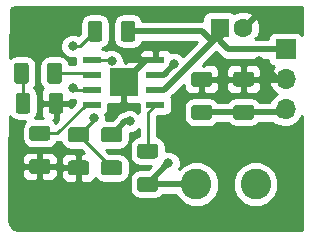
<source format=gbr>
G04 #@! TF.GenerationSoftware,KiCad,Pcbnew,(5.0.0)*
G04 #@! TF.CreationDate,2018-08-05T21:05:08-04:00*
G04 #@! TF.ProjectId,5vStepDown,357653746570446F776E2E6B69636164,rev?*
G04 #@! TF.SameCoordinates,Original*
G04 #@! TF.FileFunction,Copper,L1,Top,Signal*
G04 #@! TF.FilePolarity,Positive*
%FSLAX46Y46*%
G04 Gerber Fmt 4.6, Leading zero omitted, Abs format (unit mm)*
G04 Created by KiCad (PCBNEW (5.0.0)) date 08/05/18 21:05:08*
%MOMM*%
%LPD*%
G01*
G04 APERTURE LIST*
G04 #@! TA.AperFunction,ComponentPad*
%ADD10C,1.600000*%
G04 #@! TD*
G04 #@! TA.AperFunction,ComponentPad*
%ADD11R,1.600000X1.600000*%
G04 #@! TD*
G04 #@! TA.AperFunction,ComponentPad*
%ADD12C,2.600000*%
G04 #@! TD*
G04 #@! TA.AperFunction,Conductor*
%ADD13C,0.100000*%
G04 #@! TD*
G04 #@! TA.AperFunction,SMDPad,CuDef*
%ADD14C,1.250000*%
G04 #@! TD*
G04 #@! TA.AperFunction,ComponentPad*
%ADD15O,1.700000X1.700000*%
G04 #@! TD*
G04 #@! TA.AperFunction,ComponentPad*
%ADD16R,1.700000X1.700000*%
G04 #@! TD*
G04 #@! TA.AperFunction,SMDPad,CuDef*
%ADD17R,2.350000X2.350000*%
G04 #@! TD*
G04 #@! TA.AperFunction,SMDPad,CuDef*
%ADD18R,1.550000X0.600000*%
G04 #@! TD*
G04 #@! TA.AperFunction,ViaPad*
%ADD19C,0.800000*%
G04 #@! TD*
G04 #@! TA.AperFunction,Conductor*
%ADD20C,0.500000*%
G04 #@! TD*
G04 #@! TA.AperFunction,Conductor*
%ADD21C,0.250000*%
G04 #@! TD*
G04 #@! TA.AperFunction,Conductor*
%ADD22C,0.254000*%
G04 #@! TD*
G04 APERTURE END LIST*
D10*
G04 #@! TO.P,C1,2*
G04 #@! TO.N,GND*
X180308000Y-88900000D03*
D11*
G04 #@! TO.P,C1,1*
G04 #@! TO.N,INPUT*
X178308000Y-88900000D03*
G04 #@! TD*
D12*
G04 #@! TO.P,10uH-4A1,2*
G04 #@! TO.N,Net-(10uH-4A1-Pad2)*
X176356000Y-102108000D03*
G04 #@! TO.P,10uH-4A1,1*
G04 #@! TO.N,OUTPUT*
X181356000Y-102108000D03*
G04 #@! TD*
D13*
G04 #@! TO.N,Net-(10uH-4A1-Pad2)*
G04 #@! TO.C,C2*
G36*
X172861504Y-101484204D02*
X172885773Y-101487804D01*
X172909571Y-101493765D01*
X172932671Y-101502030D01*
X172954849Y-101512520D01*
X172975893Y-101525133D01*
X172995598Y-101539747D01*
X173013777Y-101556223D01*
X173030253Y-101574402D01*
X173044867Y-101594107D01*
X173057480Y-101615151D01*
X173067970Y-101637329D01*
X173076235Y-101660429D01*
X173082196Y-101684227D01*
X173085796Y-101708496D01*
X173087000Y-101733000D01*
X173087000Y-102483000D01*
X173085796Y-102507504D01*
X173082196Y-102531773D01*
X173076235Y-102555571D01*
X173067970Y-102578671D01*
X173057480Y-102600849D01*
X173044867Y-102621893D01*
X173030253Y-102641598D01*
X173013777Y-102659777D01*
X172995598Y-102676253D01*
X172975893Y-102690867D01*
X172954849Y-102703480D01*
X172932671Y-102713970D01*
X172909571Y-102722235D01*
X172885773Y-102728196D01*
X172861504Y-102731796D01*
X172837000Y-102733000D01*
X171587000Y-102733000D01*
X171562496Y-102731796D01*
X171538227Y-102728196D01*
X171514429Y-102722235D01*
X171491329Y-102713970D01*
X171469151Y-102703480D01*
X171448107Y-102690867D01*
X171428402Y-102676253D01*
X171410223Y-102659777D01*
X171393747Y-102641598D01*
X171379133Y-102621893D01*
X171366520Y-102600849D01*
X171356030Y-102578671D01*
X171347765Y-102555571D01*
X171341804Y-102531773D01*
X171338204Y-102507504D01*
X171337000Y-102483000D01*
X171337000Y-101733000D01*
X171338204Y-101708496D01*
X171341804Y-101684227D01*
X171347765Y-101660429D01*
X171356030Y-101637329D01*
X171366520Y-101615151D01*
X171379133Y-101594107D01*
X171393747Y-101574402D01*
X171410223Y-101556223D01*
X171428402Y-101539747D01*
X171448107Y-101525133D01*
X171469151Y-101512520D01*
X171491329Y-101502030D01*
X171514429Y-101493765D01*
X171538227Y-101487804D01*
X171562496Y-101484204D01*
X171587000Y-101483000D01*
X172837000Y-101483000D01*
X172861504Y-101484204D01*
X172861504Y-101484204D01*
G37*
D14*
G04 #@! TD*
G04 #@! TO.P,C2,2*
G04 #@! TO.N,Net-(10uH-4A1-Pad2)*
X172212000Y-102108000D03*
D13*
G04 #@! TO.N,Net-(C2-Pad1)*
G04 #@! TO.C,C2*
G36*
X172861504Y-98684204D02*
X172885773Y-98687804D01*
X172909571Y-98693765D01*
X172932671Y-98702030D01*
X172954849Y-98712520D01*
X172975893Y-98725133D01*
X172995598Y-98739747D01*
X173013777Y-98756223D01*
X173030253Y-98774402D01*
X173044867Y-98794107D01*
X173057480Y-98815151D01*
X173067970Y-98837329D01*
X173076235Y-98860429D01*
X173082196Y-98884227D01*
X173085796Y-98908496D01*
X173087000Y-98933000D01*
X173087000Y-99683000D01*
X173085796Y-99707504D01*
X173082196Y-99731773D01*
X173076235Y-99755571D01*
X173067970Y-99778671D01*
X173057480Y-99800849D01*
X173044867Y-99821893D01*
X173030253Y-99841598D01*
X173013777Y-99859777D01*
X172995598Y-99876253D01*
X172975893Y-99890867D01*
X172954849Y-99903480D01*
X172932671Y-99913970D01*
X172909571Y-99922235D01*
X172885773Y-99928196D01*
X172861504Y-99931796D01*
X172837000Y-99933000D01*
X171587000Y-99933000D01*
X171562496Y-99931796D01*
X171538227Y-99928196D01*
X171514429Y-99922235D01*
X171491329Y-99913970D01*
X171469151Y-99903480D01*
X171448107Y-99890867D01*
X171428402Y-99876253D01*
X171410223Y-99859777D01*
X171393747Y-99841598D01*
X171379133Y-99821893D01*
X171366520Y-99800849D01*
X171356030Y-99778671D01*
X171347765Y-99755571D01*
X171341804Y-99731773D01*
X171338204Y-99707504D01*
X171337000Y-99683000D01*
X171337000Y-98933000D01*
X171338204Y-98908496D01*
X171341804Y-98884227D01*
X171347765Y-98860429D01*
X171356030Y-98837329D01*
X171366520Y-98815151D01*
X171379133Y-98794107D01*
X171393747Y-98774402D01*
X171410223Y-98756223D01*
X171428402Y-98739747D01*
X171448107Y-98725133D01*
X171469151Y-98712520D01*
X171491329Y-98702030D01*
X171514429Y-98693765D01*
X171538227Y-98687804D01*
X171562496Y-98684204D01*
X171587000Y-98683000D01*
X172837000Y-98683000D01*
X172861504Y-98684204D01*
X172861504Y-98684204D01*
G37*
D14*
G04 #@! TD*
G04 #@! TO.P,C2,1*
G04 #@! TO.N,Net-(C2-Pad1)*
X172212000Y-99308000D03*
D13*
G04 #@! TO.N,GND*
G04 #@! TO.C,C3*
G36*
X163736290Y-99973822D02*
X163760559Y-99977422D01*
X163784357Y-99983383D01*
X163807457Y-99991648D01*
X163829635Y-100002138D01*
X163850679Y-100014751D01*
X163870384Y-100029365D01*
X163888563Y-100045841D01*
X163905039Y-100064020D01*
X163919653Y-100083725D01*
X163932266Y-100104769D01*
X163942756Y-100126947D01*
X163951021Y-100150047D01*
X163956982Y-100173845D01*
X163960582Y-100198114D01*
X163961786Y-100222618D01*
X163961786Y-100972618D01*
X163960582Y-100997122D01*
X163956982Y-101021391D01*
X163951021Y-101045189D01*
X163942756Y-101068289D01*
X163932266Y-101090467D01*
X163919653Y-101111511D01*
X163905039Y-101131216D01*
X163888563Y-101149395D01*
X163870384Y-101165871D01*
X163850679Y-101180485D01*
X163829635Y-101193098D01*
X163807457Y-101203588D01*
X163784357Y-101211853D01*
X163760559Y-101217814D01*
X163736290Y-101221414D01*
X163711786Y-101222618D01*
X162461786Y-101222618D01*
X162437282Y-101221414D01*
X162413013Y-101217814D01*
X162389215Y-101211853D01*
X162366115Y-101203588D01*
X162343937Y-101193098D01*
X162322893Y-101180485D01*
X162303188Y-101165871D01*
X162285009Y-101149395D01*
X162268533Y-101131216D01*
X162253919Y-101111511D01*
X162241306Y-101090467D01*
X162230816Y-101068289D01*
X162222551Y-101045189D01*
X162216590Y-101021391D01*
X162212990Y-100997122D01*
X162211786Y-100972618D01*
X162211786Y-100222618D01*
X162212990Y-100198114D01*
X162216590Y-100173845D01*
X162222551Y-100150047D01*
X162230816Y-100126947D01*
X162241306Y-100104769D01*
X162253919Y-100083725D01*
X162268533Y-100064020D01*
X162285009Y-100045841D01*
X162303188Y-100029365D01*
X162322893Y-100014751D01*
X162343937Y-100002138D01*
X162366115Y-99991648D01*
X162389215Y-99983383D01*
X162413013Y-99977422D01*
X162437282Y-99973822D01*
X162461786Y-99972618D01*
X163711786Y-99972618D01*
X163736290Y-99973822D01*
X163736290Y-99973822D01*
G37*
D14*
G04 #@! TD*
G04 #@! TO.P,C3,2*
G04 #@! TO.N,GND*
X163086786Y-100597618D03*
D13*
G04 #@! TO.N,Net-(C3-Pad1)*
G04 #@! TO.C,C3*
G36*
X163736290Y-97173822D02*
X163760559Y-97177422D01*
X163784357Y-97183383D01*
X163807457Y-97191648D01*
X163829635Y-97202138D01*
X163850679Y-97214751D01*
X163870384Y-97229365D01*
X163888563Y-97245841D01*
X163905039Y-97264020D01*
X163919653Y-97283725D01*
X163932266Y-97304769D01*
X163942756Y-97326947D01*
X163951021Y-97350047D01*
X163956982Y-97373845D01*
X163960582Y-97398114D01*
X163961786Y-97422618D01*
X163961786Y-98172618D01*
X163960582Y-98197122D01*
X163956982Y-98221391D01*
X163951021Y-98245189D01*
X163942756Y-98268289D01*
X163932266Y-98290467D01*
X163919653Y-98311511D01*
X163905039Y-98331216D01*
X163888563Y-98349395D01*
X163870384Y-98365871D01*
X163850679Y-98380485D01*
X163829635Y-98393098D01*
X163807457Y-98403588D01*
X163784357Y-98411853D01*
X163760559Y-98417814D01*
X163736290Y-98421414D01*
X163711786Y-98422618D01*
X162461786Y-98422618D01*
X162437282Y-98421414D01*
X162413013Y-98417814D01*
X162389215Y-98411853D01*
X162366115Y-98403588D01*
X162343937Y-98393098D01*
X162322893Y-98380485D01*
X162303188Y-98365871D01*
X162285009Y-98349395D01*
X162268533Y-98331216D01*
X162253919Y-98311511D01*
X162241306Y-98290467D01*
X162230816Y-98268289D01*
X162222551Y-98245189D01*
X162216590Y-98221391D01*
X162212990Y-98197122D01*
X162211786Y-98172618D01*
X162211786Y-97422618D01*
X162212990Y-97398114D01*
X162216590Y-97373845D01*
X162222551Y-97350047D01*
X162230816Y-97326947D01*
X162241306Y-97304769D01*
X162253919Y-97283725D01*
X162268533Y-97264020D01*
X162285009Y-97245841D01*
X162303188Y-97229365D01*
X162322893Y-97214751D01*
X162343937Y-97202138D01*
X162366115Y-97191648D01*
X162389215Y-97183383D01*
X162413013Y-97177422D01*
X162437282Y-97173822D01*
X162461786Y-97172618D01*
X163711786Y-97172618D01*
X163736290Y-97173822D01*
X163736290Y-97173822D01*
G37*
D14*
G04 #@! TD*
G04 #@! TO.P,C3,1*
G04 #@! TO.N,Net-(C3-Pad1)*
X163086786Y-97797618D03*
D13*
G04 #@! TO.N,Net-(C4-Pad2)*
G04 #@! TO.C,C4*
G36*
X161937504Y-91836204D02*
X161961773Y-91839804D01*
X161985571Y-91845765D01*
X162008671Y-91854030D01*
X162030849Y-91864520D01*
X162051893Y-91877133D01*
X162071598Y-91891747D01*
X162089777Y-91908223D01*
X162106253Y-91926402D01*
X162120867Y-91946107D01*
X162133480Y-91967151D01*
X162143970Y-91989329D01*
X162152235Y-92012429D01*
X162158196Y-92036227D01*
X162161796Y-92060496D01*
X162163000Y-92085000D01*
X162163000Y-93335000D01*
X162161796Y-93359504D01*
X162158196Y-93383773D01*
X162152235Y-93407571D01*
X162143970Y-93430671D01*
X162133480Y-93452849D01*
X162120867Y-93473893D01*
X162106253Y-93493598D01*
X162089777Y-93511777D01*
X162071598Y-93528253D01*
X162051893Y-93542867D01*
X162030849Y-93555480D01*
X162008671Y-93565970D01*
X161985571Y-93574235D01*
X161961773Y-93580196D01*
X161937504Y-93583796D01*
X161913000Y-93585000D01*
X161163000Y-93585000D01*
X161138496Y-93583796D01*
X161114227Y-93580196D01*
X161090429Y-93574235D01*
X161067329Y-93565970D01*
X161045151Y-93555480D01*
X161024107Y-93542867D01*
X161004402Y-93528253D01*
X160986223Y-93511777D01*
X160969747Y-93493598D01*
X160955133Y-93473893D01*
X160942520Y-93452849D01*
X160932030Y-93430671D01*
X160923765Y-93407571D01*
X160917804Y-93383773D01*
X160914204Y-93359504D01*
X160913000Y-93335000D01*
X160913000Y-92085000D01*
X160914204Y-92060496D01*
X160917804Y-92036227D01*
X160923765Y-92012429D01*
X160932030Y-91989329D01*
X160942520Y-91967151D01*
X160955133Y-91946107D01*
X160969747Y-91926402D01*
X160986223Y-91908223D01*
X161004402Y-91891747D01*
X161024107Y-91877133D01*
X161045151Y-91864520D01*
X161067329Y-91854030D01*
X161090429Y-91845765D01*
X161114227Y-91839804D01*
X161138496Y-91836204D01*
X161163000Y-91835000D01*
X161913000Y-91835000D01*
X161937504Y-91836204D01*
X161937504Y-91836204D01*
G37*
D14*
G04 #@! TD*
G04 #@! TO.P,C4,2*
G04 #@! TO.N,Net-(C4-Pad2)*
X161538000Y-92710000D03*
D13*
G04 #@! TO.N,Net-(C4-Pad1)*
G04 #@! TO.C,C4*
G36*
X164737504Y-91836204D02*
X164761773Y-91839804D01*
X164785571Y-91845765D01*
X164808671Y-91854030D01*
X164830849Y-91864520D01*
X164851893Y-91877133D01*
X164871598Y-91891747D01*
X164889777Y-91908223D01*
X164906253Y-91926402D01*
X164920867Y-91946107D01*
X164933480Y-91967151D01*
X164943970Y-91989329D01*
X164952235Y-92012429D01*
X164958196Y-92036227D01*
X164961796Y-92060496D01*
X164963000Y-92085000D01*
X164963000Y-93335000D01*
X164961796Y-93359504D01*
X164958196Y-93383773D01*
X164952235Y-93407571D01*
X164943970Y-93430671D01*
X164933480Y-93452849D01*
X164920867Y-93473893D01*
X164906253Y-93493598D01*
X164889777Y-93511777D01*
X164871598Y-93528253D01*
X164851893Y-93542867D01*
X164830849Y-93555480D01*
X164808671Y-93565970D01*
X164785571Y-93574235D01*
X164761773Y-93580196D01*
X164737504Y-93583796D01*
X164713000Y-93585000D01*
X163963000Y-93585000D01*
X163938496Y-93583796D01*
X163914227Y-93580196D01*
X163890429Y-93574235D01*
X163867329Y-93565970D01*
X163845151Y-93555480D01*
X163824107Y-93542867D01*
X163804402Y-93528253D01*
X163786223Y-93511777D01*
X163769747Y-93493598D01*
X163755133Y-93473893D01*
X163742520Y-93452849D01*
X163732030Y-93430671D01*
X163723765Y-93407571D01*
X163717804Y-93383773D01*
X163714204Y-93359504D01*
X163713000Y-93335000D01*
X163713000Y-92085000D01*
X163714204Y-92060496D01*
X163717804Y-92036227D01*
X163723765Y-92012429D01*
X163732030Y-91989329D01*
X163742520Y-91967151D01*
X163755133Y-91946107D01*
X163769747Y-91926402D01*
X163786223Y-91908223D01*
X163804402Y-91891747D01*
X163824107Y-91877133D01*
X163845151Y-91864520D01*
X163867329Y-91854030D01*
X163890429Y-91845765D01*
X163914227Y-91839804D01*
X163938496Y-91836204D01*
X163963000Y-91835000D01*
X164713000Y-91835000D01*
X164737504Y-91836204D01*
X164737504Y-91836204D01*
G37*
D14*
G04 #@! TD*
G04 #@! TO.P,C4,1*
G04 #@! TO.N,Net-(C4-Pad1)*
X164338000Y-92710000D03*
D13*
G04 #@! TO.N,GND*
G04 #@! TO.C,C5*
G36*
X180989504Y-92588204D02*
X181013773Y-92591804D01*
X181037571Y-92597765D01*
X181060671Y-92606030D01*
X181082849Y-92616520D01*
X181103893Y-92629133D01*
X181123598Y-92643747D01*
X181141777Y-92660223D01*
X181158253Y-92678402D01*
X181172867Y-92698107D01*
X181185480Y-92719151D01*
X181195970Y-92741329D01*
X181204235Y-92764429D01*
X181210196Y-92788227D01*
X181213796Y-92812496D01*
X181215000Y-92837000D01*
X181215000Y-93587000D01*
X181213796Y-93611504D01*
X181210196Y-93635773D01*
X181204235Y-93659571D01*
X181195970Y-93682671D01*
X181185480Y-93704849D01*
X181172867Y-93725893D01*
X181158253Y-93745598D01*
X181141777Y-93763777D01*
X181123598Y-93780253D01*
X181103893Y-93794867D01*
X181082849Y-93807480D01*
X181060671Y-93817970D01*
X181037571Y-93826235D01*
X181013773Y-93832196D01*
X180989504Y-93835796D01*
X180965000Y-93837000D01*
X179715000Y-93837000D01*
X179690496Y-93835796D01*
X179666227Y-93832196D01*
X179642429Y-93826235D01*
X179619329Y-93817970D01*
X179597151Y-93807480D01*
X179576107Y-93794867D01*
X179556402Y-93780253D01*
X179538223Y-93763777D01*
X179521747Y-93745598D01*
X179507133Y-93725893D01*
X179494520Y-93704849D01*
X179484030Y-93682671D01*
X179475765Y-93659571D01*
X179469804Y-93635773D01*
X179466204Y-93611504D01*
X179465000Y-93587000D01*
X179465000Y-92837000D01*
X179466204Y-92812496D01*
X179469804Y-92788227D01*
X179475765Y-92764429D01*
X179484030Y-92741329D01*
X179494520Y-92719151D01*
X179507133Y-92698107D01*
X179521747Y-92678402D01*
X179538223Y-92660223D01*
X179556402Y-92643747D01*
X179576107Y-92629133D01*
X179597151Y-92616520D01*
X179619329Y-92606030D01*
X179642429Y-92597765D01*
X179666227Y-92591804D01*
X179690496Y-92588204D01*
X179715000Y-92587000D01*
X180965000Y-92587000D01*
X180989504Y-92588204D01*
X180989504Y-92588204D01*
G37*
D14*
G04 #@! TD*
G04 #@! TO.P,C5,2*
G04 #@! TO.N,GND*
X180340000Y-93212000D03*
D13*
G04 #@! TO.N,OUTPUT*
G04 #@! TO.C,C5*
G36*
X180989504Y-95388204D02*
X181013773Y-95391804D01*
X181037571Y-95397765D01*
X181060671Y-95406030D01*
X181082849Y-95416520D01*
X181103893Y-95429133D01*
X181123598Y-95443747D01*
X181141777Y-95460223D01*
X181158253Y-95478402D01*
X181172867Y-95498107D01*
X181185480Y-95519151D01*
X181195970Y-95541329D01*
X181204235Y-95564429D01*
X181210196Y-95588227D01*
X181213796Y-95612496D01*
X181215000Y-95637000D01*
X181215000Y-96387000D01*
X181213796Y-96411504D01*
X181210196Y-96435773D01*
X181204235Y-96459571D01*
X181195970Y-96482671D01*
X181185480Y-96504849D01*
X181172867Y-96525893D01*
X181158253Y-96545598D01*
X181141777Y-96563777D01*
X181123598Y-96580253D01*
X181103893Y-96594867D01*
X181082849Y-96607480D01*
X181060671Y-96617970D01*
X181037571Y-96626235D01*
X181013773Y-96632196D01*
X180989504Y-96635796D01*
X180965000Y-96637000D01*
X179715000Y-96637000D01*
X179690496Y-96635796D01*
X179666227Y-96632196D01*
X179642429Y-96626235D01*
X179619329Y-96617970D01*
X179597151Y-96607480D01*
X179576107Y-96594867D01*
X179556402Y-96580253D01*
X179538223Y-96563777D01*
X179521747Y-96545598D01*
X179507133Y-96525893D01*
X179494520Y-96504849D01*
X179484030Y-96482671D01*
X179475765Y-96459571D01*
X179469804Y-96435773D01*
X179466204Y-96411504D01*
X179465000Y-96387000D01*
X179465000Y-95637000D01*
X179466204Y-95612496D01*
X179469804Y-95588227D01*
X179475765Y-95564429D01*
X179484030Y-95541329D01*
X179494520Y-95519151D01*
X179507133Y-95498107D01*
X179521747Y-95478402D01*
X179538223Y-95460223D01*
X179556402Y-95443747D01*
X179576107Y-95429133D01*
X179597151Y-95416520D01*
X179619329Y-95406030D01*
X179642429Y-95397765D01*
X179666227Y-95391804D01*
X179690496Y-95388204D01*
X179715000Y-95387000D01*
X180965000Y-95387000D01*
X180989504Y-95388204D01*
X180989504Y-95388204D01*
G37*
D14*
G04 #@! TD*
G04 #@! TO.P,C5,1*
G04 #@! TO.N,OUTPUT*
X180340000Y-96012000D03*
D13*
G04 #@! TO.N,GND*
G04 #@! TO.C,C6*
G36*
X177433504Y-92594204D02*
X177457773Y-92597804D01*
X177481571Y-92603765D01*
X177504671Y-92612030D01*
X177526849Y-92622520D01*
X177547893Y-92635133D01*
X177567598Y-92649747D01*
X177585777Y-92666223D01*
X177602253Y-92684402D01*
X177616867Y-92704107D01*
X177629480Y-92725151D01*
X177639970Y-92747329D01*
X177648235Y-92770429D01*
X177654196Y-92794227D01*
X177657796Y-92818496D01*
X177659000Y-92843000D01*
X177659000Y-93593000D01*
X177657796Y-93617504D01*
X177654196Y-93641773D01*
X177648235Y-93665571D01*
X177639970Y-93688671D01*
X177629480Y-93710849D01*
X177616867Y-93731893D01*
X177602253Y-93751598D01*
X177585777Y-93769777D01*
X177567598Y-93786253D01*
X177547893Y-93800867D01*
X177526849Y-93813480D01*
X177504671Y-93823970D01*
X177481571Y-93832235D01*
X177457773Y-93838196D01*
X177433504Y-93841796D01*
X177409000Y-93843000D01*
X176159000Y-93843000D01*
X176134496Y-93841796D01*
X176110227Y-93838196D01*
X176086429Y-93832235D01*
X176063329Y-93823970D01*
X176041151Y-93813480D01*
X176020107Y-93800867D01*
X176000402Y-93786253D01*
X175982223Y-93769777D01*
X175965747Y-93751598D01*
X175951133Y-93731893D01*
X175938520Y-93710849D01*
X175928030Y-93688671D01*
X175919765Y-93665571D01*
X175913804Y-93641773D01*
X175910204Y-93617504D01*
X175909000Y-93593000D01*
X175909000Y-92843000D01*
X175910204Y-92818496D01*
X175913804Y-92794227D01*
X175919765Y-92770429D01*
X175928030Y-92747329D01*
X175938520Y-92725151D01*
X175951133Y-92704107D01*
X175965747Y-92684402D01*
X175982223Y-92666223D01*
X176000402Y-92649747D01*
X176020107Y-92635133D01*
X176041151Y-92622520D01*
X176063329Y-92612030D01*
X176086429Y-92603765D01*
X176110227Y-92597804D01*
X176134496Y-92594204D01*
X176159000Y-92593000D01*
X177409000Y-92593000D01*
X177433504Y-92594204D01*
X177433504Y-92594204D01*
G37*
D14*
G04 #@! TD*
G04 #@! TO.P,C6,2*
G04 #@! TO.N,GND*
X176784000Y-93218000D03*
D13*
G04 #@! TO.N,OUTPUT*
G04 #@! TO.C,C6*
G36*
X177433504Y-95394204D02*
X177457773Y-95397804D01*
X177481571Y-95403765D01*
X177504671Y-95412030D01*
X177526849Y-95422520D01*
X177547893Y-95435133D01*
X177567598Y-95449747D01*
X177585777Y-95466223D01*
X177602253Y-95484402D01*
X177616867Y-95504107D01*
X177629480Y-95525151D01*
X177639970Y-95547329D01*
X177648235Y-95570429D01*
X177654196Y-95594227D01*
X177657796Y-95618496D01*
X177659000Y-95643000D01*
X177659000Y-96393000D01*
X177657796Y-96417504D01*
X177654196Y-96441773D01*
X177648235Y-96465571D01*
X177639970Y-96488671D01*
X177629480Y-96510849D01*
X177616867Y-96531893D01*
X177602253Y-96551598D01*
X177585777Y-96569777D01*
X177567598Y-96586253D01*
X177547893Y-96600867D01*
X177526849Y-96613480D01*
X177504671Y-96623970D01*
X177481571Y-96632235D01*
X177457773Y-96638196D01*
X177433504Y-96641796D01*
X177409000Y-96643000D01*
X176159000Y-96643000D01*
X176134496Y-96641796D01*
X176110227Y-96638196D01*
X176086429Y-96632235D01*
X176063329Y-96623970D01*
X176041151Y-96613480D01*
X176020107Y-96600867D01*
X176000402Y-96586253D01*
X175982223Y-96569777D01*
X175965747Y-96551598D01*
X175951133Y-96531893D01*
X175938520Y-96510849D01*
X175928030Y-96488671D01*
X175919765Y-96465571D01*
X175913804Y-96441773D01*
X175910204Y-96417504D01*
X175909000Y-96393000D01*
X175909000Y-95643000D01*
X175910204Y-95618496D01*
X175913804Y-95594227D01*
X175919765Y-95570429D01*
X175928030Y-95547329D01*
X175938520Y-95525151D01*
X175951133Y-95504107D01*
X175965747Y-95484402D01*
X175982223Y-95466223D01*
X176000402Y-95449747D01*
X176020107Y-95435133D01*
X176041151Y-95422520D01*
X176063329Y-95412030D01*
X176086429Y-95403765D01*
X176110227Y-95397804D01*
X176134496Y-95394204D01*
X176159000Y-95393000D01*
X177409000Y-95393000D01*
X177433504Y-95394204D01*
X177433504Y-95394204D01*
G37*
D14*
G04 #@! TD*
G04 #@! TO.P,C6,1*
G04 #@! TO.N,OUTPUT*
X176784000Y-96018000D03*
D15*
G04 #@! TO.P,J1,3*
G04 #@! TO.N,OUTPUT*
X183896000Y-95758000D03*
G04 #@! TO.P,J1,2*
G04 #@! TO.N,GND*
X183896000Y-93218000D03*
D16*
G04 #@! TO.P,J1,1*
G04 #@! TO.N,INPUT*
X183896000Y-90678000D03*
G04 #@! TD*
D13*
G04 #@! TO.N,INPUT*
G04 #@! TO.C,R1*
G36*
X170963504Y-88280204D02*
X170987773Y-88283804D01*
X171011571Y-88289765D01*
X171034671Y-88298030D01*
X171056849Y-88308520D01*
X171077893Y-88321133D01*
X171097598Y-88335747D01*
X171115777Y-88352223D01*
X171132253Y-88370402D01*
X171146867Y-88390107D01*
X171159480Y-88411151D01*
X171169970Y-88433329D01*
X171178235Y-88456429D01*
X171184196Y-88480227D01*
X171187796Y-88504496D01*
X171189000Y-88529000D01*
X171189000Y-89779000D01*
X171187796Y-89803504D01*
X171184196Y-89827773D01*
X171178235Y-89851571D01*
X171169970Y-89874671D01*
X171159480Y-89896849D01*
X171146867Y-89917893D01*
X171132253Y-89937598D01*
X171115777Y-89955777D01*
X171097598Y-89972253D01*
X171077893Y-89986867D01*
X171056849Y-89999480D01*
X171034671Y-90009970D01*
X171011571Y-90018235D01*
X170987773Y-90024196D01*
X170963504Y-90027796D01*
X170939000Y-90029000D01*
X170189000Y-90029000D01*
X170164496Y-90027796D01*
X170140227Y-90024196D01*
X170116429Y-90018235D01*
X170093329Y-90009970D01*
X170071151Y-89999480D01*
X170050107Y-89986867D01*
X170030402Y-89972253D01*
X170012223Y-89955777D01*
X169995747Y-89937598D01*
X169981133Y-89917893D01*
X169968520Y-89896849D01*
X169958030Y-89874671D01*
X169949765Y-89851571D01*
X169943804Y-89827773D01*
X169940204Y-89803504D01*
X169939000Y-89779000D01*
X169939000Y-88529000D01*
X169940204Y-88504496D01*
X169943804Y-88480227D01*
X169949765Y-88456429D01*
X169958030Y-88433329D01*
X169968520Y-88411151D01*
X169981133Y-88390107D01*
X169995747Y-88370402D01*
X170012223Y-88352223D01*
X170030402Y-88335747D01*
X170050107Y-88321133D01*
X170071151Y-88308520D01*
X170093329Y-88298030D01*
X170116429Y-88289765D01*
X170140227Y-88283804D01*
X170164496Y-88280204D01*
X170189000Y-88279000D01*
X170939000Y-88279000D01*
X170963504Y-88280204D01*
X170963504Y-88280204D01*
G37*
D14*
G04 #@! TD*
G04 #@! TO.P,R1,2*
G04 #@! TO.N,INPUT*
X170564000Y-89154000D03*
D13*
G04 #@! TO.N,Net-(R1-Pad1)*
G04 #@! TO.C,R1*
G36*
X168163504Y-88280204D02*
X168187773Y-88283804D01*
X168211571Y-88289765D01*
X168234671Y-88298030D01*
X168256849Y-88308520D01*
X168277893Y-88321133D01*
X168297598Y-88335747D01*
X168315777Y-88352223D01*
X168332253Y-88370402D01*
X168346867Y-88390107D01*
X168359480Y-88411151D01*
X168369970Y-88433329D01*
X168378235Y-88456429D01*
X168384196Y-88480227D01*
X168387796Y-88504496D01*
X168389000Y-88529000D01*
X168389000Y-89779000D01*
X168387796Y-89803504D01*
X168384196Y-89827773D01*
X168378235Y-89851571D01*
X168369970Y-89874671D01*
X168359480Y-89896849D01*
X168346867Y-89917893D01*
X168332253Y-89937598D01*
X168315777Y-89955777D01*
X168297598Y-89972253D01*
X168277893Y-89986867D01*
X168256849Y-89999480D01*
X168234671Y-90009970D01*
X168211571Y-90018235D01*
X168187773Y-90024196D01*
X168163504Y-90027796D01*
X168139000Y-90029000D01*
X167389000Y-90029000D01*
X167364496Y-90027796D01*
X167340227Y-90024196D01*
X167316429Y-90018235D01*
X167293329Y-90009970D01*
X167271151Y-89999480D01*
X167250107Y-89986867D01*
X167230402Y-89972253D01*
X167212223Y-89955777D01*
X167195747Y-89937598D01*
X167181133Y-89917893D01*
X167168520Y-89896849D01*
X167158030Y-89874671D01*
X167149765Y-89851571D01*
X167143804Y-89827773D01*
X167140204Y-89803504D01*
X167139000Y-89779000D01*
X167139000Y-88529000D01*
X167140204Y-88504496D01*
X167143804Y-88480227D01*
X167149765Y-88456429D01*
X167158030Y-88433329D01*
X167168520Y-88411151D01*
X167181133Y-88390107D01*
X167195747Y-88370402D01*
X167212223Y-88352223D01*
X167230402Y-88335747D01*
X167250107Y-88321133D01*
X167271151Y-88308520D01*
X167293329Y-88298030D01*
X167316429Y-88289765D01*
X167340227Y-88283804D01*
X167364496Y-88280204D01*
X167389000Y-88279000D01*
X168139000Y-88279000D01*
X168163504Y-88280204D01*
X168163504Y-88280204D01*
G37*
D14*
G04 #@! TD*
G04 #@! TO.P,R1,1*
G04 #@! TO.N,Net-(R1-Pad1)*
X167764000Y-89154000D03*
D13*
G04 #@! TO.N,GND*
G04 #@! TO.C,R2*
G36*
X164867504Y-94376204D02*
X164891773Y-94379804D01*
X164915571Y-94385765D01*
X164938671Y-94394030D01*
X164960849Y-94404520D01*
X164981893Y-94417133D01*
X165001598Y-94431747D01*
X165019777Y-94448223D01*
X165036253Y-94466402D01*
X165050867Y-94486107D01*
X165063480Y-94507151D01*
X165073970Y-94529329D01*
X165082235Y-94552429D01*
X165088196Y-94576227D01*
X165091796Y-94600496D01*
X165093000Y-94625000D01*
X165093000Y-95875000D01*
X165091796Y-95899504D01*
X165088196Y-95923773D01*
X165082235Y-95947571D01*
X165073970Y-95970671D01*
X165063480Y-95992849D01*
X165050867Y-96013893D01*
X165036253Y-96033598D01*
X165019777Y-96051777D01*
X165001598Y-96068253D01*
X164981893Y-96082867D01*
X164960849Y-96095480D01*
X164938671Y-96105970D01*
X164915571Y-96114235D01*
X164891773Y-96120196D01*
X164867504Y-96123796D01*
X164843000Y-96125000D01*
X164093000Y-96125000D01*
X164068496Y-96123796D01*
X164044227Y-96120196D01*
X164020429Y-96114235D01*
X163997329Y-96105970D01*
X163975151Y-96095480D01*
X163954107Y-96082867D01*
X163934402Y-96068253D01*
X163916223Y-96051777D01*
X163899747Y-96033598D01*
X163885133Y-96013893D01*
X163872520Y-95992849D01*
X163862030Y-95970671D01*
X163853765Y-95947571D01*
X163847804Y-95923773D01*
X163844204Y-95899504D01*
X163843000Y-95875000D01*
X163843000Y-94625000D01*
X163844204Y-94600496D01*
X163847804Y-94576227D01*
X163853765Y-94552429D01*
X163862030Y-94529329D01*
X163872520Y-94507151D01*
X163885133Y-94486107D01*
X163899747Y-94466402D01*
X163916223Y-94448223D01*
X163934402Y-94431747D01*
X163954107Y-94417133D01*
X163975151Y-94404520D01*
X163997329Y-94394030D01*
X164020429Y-94385765D01*
X164044227Y-94379804D01*
X164068496Y-94376204D01*
X164093000Y-94375000D01*
X164843000Y-94375000D01*
X164867504Y-94376204D01*
X164867504Y-94376204D01*
G37*
D14*
G04 #@! TD*
G04 #@! TO.P,R2,2*
G04 #@! TO.N,GND*
X164468000Y-95250000D03*
D13*
G04 #@! TO.N,Net-(C4-Pad2)*
G04 #@! TO.C,R2*
G36*
X162067504Y-94376204D02*
X162091773Y-94379804D01*
X162115571Y-94385765D01*
X162138671Y-94394030D01*
X162160849Y-94404520D01*
X162181893Y-94417133D01*
X162201598Y-94431747D01*
X162219777Y-94448223D01*
X162236253Y-94466402D01*
X162250867Y-94486107D01*
X162263480Y-94507151D01*
X162273970Y-94529329D01*
X162282235Y-94552429D01*
X162288196Y-94576227D01*
X162291796Y-94600496D01*
X162293000Y-94625000D01*
X162293000Y-95875000D01*
X162291796Y-95899504D01*
X162288196Y-95923773D01*
X162282235Y-95947571D01*
X162273970Y-95970671D01*
X162263480Y-95992849D01*
X162250867Y-96013893D01*
X162236253Y-96033598D01*
X162219777Y-96051777D01*
X162201598Y-96068253D01*
X162181893Y-96082867D01*
X162160849Y-96095480D01*
X162138671Y-96105970D01*
X162115571Y-96114235D01*
X162091773Y-96120196D01*
X162067504Y-96123796D01*
X162043000Y-96125000D01*
X161293000Y-96125000D01*
X161268496Y-96123796D01*
X161244227Y-96120196D01*
X161220429Y-96114235D01*
X161197329Y-96105970D01*
X161175151Y-96095480D01*
X161154107Y-96082867D01*
X161134402Y-96068253D01*
X161116223Y-96051777D01*
X161099747Y-96033598D01*
X161085133Y-96013893D01*
X161072520Y-95992849D01*
X161062030Y-95970671D01*
X161053765Y-95947571D01*
X161047804Y-95923773D01*
X161044204Y-95899504D01*
X161043000Y-95875000D01*
X161043000Y-94625000D01*
X161044204Y-94600496D01*
X161047804Y-94576227D01*
X161053765Y-94552429D01*
X161062030Y-94529329D01*
X161072520Y-94507151D01*
X161085133Y-94486107D01*
X161099747Y-94466402D01*
X161116223Y-94448223D01*
X161134402Y-94431747D01*
X161154107Y-94417133D01*
X161175151Y-94404520D01*
X161197329Y-94394030D01*
X161220429Y-94385765D01*
X161244227Y-94379804D01*
X161268496Y-94376204D01*
X161293000Y-94375000D01*
X162043000Y-94375000D01*
X162067504Y-94376204D01*
X162067504Y-94376204D01*
G37*
D14*
G04 #@! TD*
G04 #@! TO.P,R2,1*
G04 #@! TO.N,Net-(C4-Pad2)*
X161668000Y-95250000D03*
D13*
G04 #@! TO.N,GND*
G04 #@! TO.C,R3*
G36*
X167019504Y-100090204D02*
X167043773Y-100093804D01*
X167067571Y-100099765D01*
X167090671Y-100108030D01*
X167112849Y-100118520D01*
X167133893Y-100131133D01*
X167153598Y-100145747D01*
X167171777Y-100162223D01*
X167188253Y-100180402D01*
X167202867Y-100200107D01*
X167215480Y-100221151D01*
X167225970Y-100243329D01*
X167234235Y-100266429D01*
X167240196Y-100290227D01*
X167243796Y-100314496D01*
X167245000Y-100339000D01*
X167245000Y-101089000D01*
X167243796Y-101113504D01*
X167240196Y-101137773D01*
X167234235Y-101161571D01*
X167225970Y-101184671D01*
X167215480Y-101206849D01*
X167202867Y-101227893D01*
X167188253Y-101247598D01*
X167171777Y-101265777D01*
X167153598Y-101282253D01*
X167133893Y-101296867D01*
X167112849Y-101309480D01*
X167090671Y-101319970D01*
X167067571Y-101328235D01*
X167043773Y-101334196D01*
X167019504Y-101337796D01*
X166995000Y-101339000D01*
X165745000Y-101339000D01*
X165720496Y-101337796D01*
X165696227Y-101334196D01*
X165672429Y-101328235D01*
X165649329Y-101319970D01*
X165627151Y-101309480D01*
X165606107Y-101296867D01*
X165586402Y-101282253D01*
X165568223Y-101265777D01*
X165551747Y-101247598D01*
X165537133Y-101227893D01*
X165524520Y-101206849D01*
X165514030Y-101184671D01*
X165505765Y-101161571D01*
X165499804Y-101137773D01*
X165496204Y-101113504D01*
X165495000Y-101089000D01*
X165495000Y-100339000D01*
X165496204Y-100314496D01*
X165499804Y-100290227D01*
X165505765Y-100266429D01*
X165514030Y-100243329D01*
X165524520Y-100221151D01*
X165537133Y-100200107D01*
X165551747Y-100180402D01*
X165568223Y-100162223D01*
X165586402Y-100145747D01*
X165606107Y-100131133D01*
X165627151Y-100118520D01*
X165649329Y-100108030D01*
X165672429Y-100099765D01*
X165696227Y-100093804D01*
X165720496Y-100090204D01*
X165745000Y-100089000D01*
X166995000Y-100089000D01*
X167019504Y-100090204D01*
X167019504Y-100090204D01*
G37*
D14*
G04 #@! TD*
G04 #@! TO.P,R3,2*
G04 #@! TO.N,GND*
X166370000Y-100714000D03*
D13*
G04 #@! TO.N,Net-(R3-Pad1)*
G04 #@! TO.C,R3*
G36*
X167019504Y-97290204D02*
X167043773Y-97293804D01*
X167067571Y-97299765D01*
X167090671Y-97308030D01*
X167112849Y-97318520D01*
X167133893Y-97331133D01*
X167153598Y-97345747D01*
X167171777Y-97362223D01*
X167188253Y-97380402D01*
X167202867Y-97400107D01*
X167215480Y-97421151D01*
X167225970Y-97443329D01*
X167234235Y-97466429D01*
X167240196Y-97490227D01*
X167243796Y-97514496D01*
X167245000Y-97539000D01*
X167245000Y-98289000D01*
X167243796Y-98313504D01*
X167240196Y-98337773D01*
X167234235Y-98361571D01*
X167225970Y-98384671D01*
X167215480Y-98406849D01*
X167202867Y-98427893D01*
X167188253Y-98447598D01*
X167171777Y-98465777D01*
X167153598Y-98482253D01*
X167133893Y-98496867D01*
X167112849Y-98509480D01*
X167090671Y-98519970D01*
X167067571Y-98528235D01*
X167043773Y-98534196D01*
X167019504Y-98537796D01*
X166995000Y-98539000D01*
X165745000Y-98539000D01*
X165720496Y-98537796D01*
X165696227Y-98534196D01*
X165672429Y-98528235D01*
X165649329Y-98519970D01*
X165627151Y-98509480D01*
X165606107Y-98496867D01*
X165586402Y-98482253D01*
X165568223Y-98465777D01*
X165551747Y-98447598D01*
X165537133Y-98427893D01*
X165524520Y-98406849D01*
X165514030Y-98384671D01*
X165505765Y-98361571D01*
X165499804Y-98337773D01*
X165496204Y-98313504D01*
X165495000Y-98289000D01*
X165495000Y-97539000D01*
X165496204Y-97514496D01*
X165499804Y-97490227D01*
X165505765Y-97466429D01*
X165514030Y-97443329D01*
X165524520Y-97421151D01*
X165537133Y-97400107D01*
X165551747Y-97380402D01*
X165568223Y-97362223D01*
X165586402Y-97345747D01*
X165606107Y-97331133D01*
X165627151Y-97318520D01*
X165649329Y-97308030D01*
X165672429Y-97299765D01*
X165696227Y-97293804D01*
X165720496Y-97290204D01*
X165745000Y-97289000D01*
X166995000Y-97289000D01*
X167019504Y-97290204D01*
X167019504Y-97290204D01*
G37*
D14*
G04 #@! TD*
G04 #@! TO.P,R3,1*
G04 #@! TO.N,Net-(R3-Pad1)*
X166370000Y-97914000D03*
D13*
G04 #@! TO.N,Net-(R3-Pad1)*
G04 #@! TO.C,R4*
G36*
X169813504Y-100090204D02*
X169837773Y-100093804D01*
X169861571Y-100099765D01*
X169884671Y-100108030D01*
X169906849Y-100118520D01*
X169927893Y-100131133D01*
X169947598Y-100145747D01*
X169965777Y-100162223D01*
X169982253Y-100180402D01*
X169996867Y-100200107D01*
X170009480Y-100221151D01*
X170019970Y-100243329D01*
X170028235Y-100266429D01*
X170034196Y-100290227D01*
X170037796Y-100314496D01*
X170039000Y-100339000D01*
X170039000Y-101089000D01*
X170037796Y-101113504D01*
X170034196Y-101137773D01*
X170028235Y-101161571D01*
X170019970Y-101184671D01*
X170009480Y-101206849D01*
X169996867Y-101227893D01*
X169982253Y-101247598D01*
X169965777Y-101265777D01*
X169947598Y-101282253D01*
X169927893Y-101296867D01*
X169906849Y-101309480D01*
X169884671Y-101319970D01*
X169861571Y-101328235D01*
X169837773Y-101334196D01*
X169813504Y-101337796D01*
X169789000Y-101339000D01*
X168539000Y-101339000D01*
X168514496Y-101337796D01*
X168490227Y-101334196D01*
X168466429Y-101328235D01*
X168443329Y-101319970D01*
X168421151Y-101309480D01*
X168400107Y-101296867D01*
X168380402Y-101282253D01*
X168362223Y-101265777D01*
X168345747Y-101247598D01*
X168331133Y-101227893D01*
X168318520Y-101206849D01*
X168308030Y-101184671D01*
X168299765Y-101161571D01*
X168293804Y-101137773D01*
X168290204Y-101113504D01*
X168289000Y-101089000D01*
X168289000Y-100339000D01*
X168290204Y-100314496D01*
X168293804Y-100290227D01*
X168299765Y-100266429D01*
X168308030Y-100243329D01*
X168318520Y-100221151D01*
X168331133Y-100200107D01*
X168345747Y-100180402D01*
X168362223Y-100162223D01*
X168380402Y-100145747D01*
X168400107Y-100131133D01*
X168421151Y-100118520D01*
X168443329Y-100108030D01*
X168466429Y-100099765D01*
X168490227Y-100093804D01*
X168514496Y-100090204D01*
X168539000Y-100089000D01*
X169789000Y-100089000D01*
X169813504Y-100090204D01*
X169813504Y-100090204D01*
G37*
D14*
G04 #@! TD*
G04 #@! TO.P,R4,2*
G04 #@! TO.N,Net-(R3-Pad1)*
X169164000Y-100714000D03*
D13*
G04 #@! TO.N,OUTPUT*
G04 #@! TO.C,R4*
G36*
X169813504Y-97290204D02*
X169837773Y-97293804D01*
X169861571Y-97299765D01*
X169884671Y-97308030D01*
X169906849Y-97318520D01*
X169927893Y-97331133D01*
X169947598Y-97345747D01*
X169965777Y-97362223D01*
X169982253Y-97380402D01*
X169996867Y-97400107D01*
X170009480Y-97421151D01*
X170019970Y-97443329D01*
X170028235Y-97466429D01*
X170034196Y-97490227D01*
X170037796Y-97514496D01*
X170039000Y-97539000D01*
X170039000Y-98289000D01*
X170037796Y-98313504D01*
X170034196Y-98337773D01*
X170028235Y-98361571D01*
X170019970Y-98384671D01*
X170009480Y-98406849D01*
X169996867Y-98427893D01*
X169982253Y-98447598D01*
X169965777Y-98465777D01*
X169947598Y-98482253D01*
X169927893Y-98496867D01*
X169906849Y-98509480D01*
X169884671Y-98519970D01*
X169861571Y-98528235D01*
X169837773Y-98534196D01*
X169813504Y-98537796D01*
X169789000Y-98539000D01*
X168539000Y-98539000D01*
X168514496Y-98537796D01*
X168490227Y-98534196D01*
X168466429Y-98528235D01*
X168443329Y-98519970D01*
X168421151Y-98509480D01*
X168400107Y-98496867D01*
X168380402Y-98482253D01*
X168362223Y-98465777D01*
X168345747Y-98447598D01*
X168331133Y-98427893D01*
X168318520Y-98406849D01*
X168308030Y-98384671D01*
X168299765Y-98361571D01*
X168293804Y-98337773D01*
X168290204Y-98313504D01*
X168289000Y-98289000D01*
X168289000Y-97539000D01*
X168290204Y-97514496D01*
X168293804Y-97490227D01*
X168299765Y-97466429D01*
X168308030Y-97443329D01*
X168318520Y-97421151D01*
X168331133Y-97400107D01*
X168345747Y-97380402D01*
X168362223Y-97362223D01*
X168380402Y-97345747D01*
X168400107Y-97331133D01*
X168421151Y-97318520D01*
X168443329Y-97308030D01*
X168466429Y-97299765D01*
X168490227Y-97293804D01*
X168514496Y-97290204D01*
X168539000Y-97289000D01*
X169789000Y-97289000D01*
X169813504Y-97290204D01*
X169813504Y-97290204D01*
G37*
D14*
G04 #@! TD*
G04 #@! TO.P,R4,1*
G04 #@! TO.N,OUTPUT*
X169164000Y-97914000D03*
D17*
G04 #@! TO.P,U1,9*
G04 #@! TO.N,GND*
X170180000Y-93472000D03*
D18*
G04 #@! TO.P,U1,8*
G04 #@! TO.N,Net-(C3-Pad1)*
X167480000Y-95377000D03*
G04 #@! TO.P,U1,7*
G04 #@! TO.N,Net-(R1-Pad1)*
X167480000Y-94107000D03*
G04 #@! TO.P,U1,6*
G04 #@! TO.N,Net-(C4-Pad1)*
X167480000Y-92837000D03*
G04 #@! TO.P,U1,5*
G04 #@! TO.N,Net-(R3-Pad1)*
X167480000Y-91567000D03*
G04 #@! TO.P,U1,4*
G04 #@! TO.N,GND*
X172880000Y-91567000D03*
G04 #@! TO.P,U1,3*
G04 #@! TO.N,Net-(10uH-4A1-Pad2)*
X172880000Y-92837000D03*
G04 #@! TO.P,U1,2*
G04 #@! TO.N,INPUT*
X172880000Y-94107000D03*
G04 #@! TO.P,U1,1*
G04 #@! TO.N,Net-(C2-Pad1)*
X172880000Y-95377000D03*
G04 #@! TD*
D19*
G04 #@! TO.N,OUTPUT*
X170688000Y-96774000D03*
G04 #@! TO.N,Net-(10uH-4A1-Pad2)*
X174493347Y-91943347D03*
X173980001Y-100339999D03*
G04 #@! TO.N,GND*
X181610000Y-91694000D03*
G04 #@! TO.N,Net-(R1-Pad1)*
X165862000Y-93980000D03*
X165862000Y-90424000D03*
G04 #@! TO.N,Net-(R3-Pad1)*
X169164000Y-91694000D03*
X167640000Y-96520000D03*
G04 #@! TD*
D20*
G04 #@! TO.N,OUTPUT*
X180334000Y-96018000D02*
X180340000Y-96012000D01*
X176784000Y-96018000D02*
X180334000Y-96018000D01*
X183642000Y-96012000D02*
X183896000Y-95758000D01*
X180340000Y-96012000D02*
X183642000Y-96012000D01*
X183388000Y-96266000D02*
X183896000Y-95758000D01*
X170304000Y-96774000D02*
X169164000Y-97914000D01*
X170688000Y-96774000D02*
X170304000Y-96774000D01*
G04 #@! TO.N,Net-(10uH-4A1-Pad2)*
X174517523Y-102108000D02*
X172212000Y-102108000D01*
X176356000Y-102108000D02*
X174517523Y-102108000D01*
X173355000Y-92837000D02*
X172880000Y-92837000D01*
X172212000Y-102108000D02*
X173980001Y-100339999D01*
X173599694Y-92837000D02*
X172880000Y-92837000D01*
X174493347Y-91943347D02*
X173599694Y-92837000D01*
G04 #@! TO.N,INPUT*
X178562000Y-89450000D02*
X178562000Y-88900000D01*
X178308000Y-89950000D02*
X178308000Y-88900000D01*
X179036000Y-90678000D02*
X178308000Y-89950000D01*
X183896000Y-90678000D02*
X179036000Y-90678000D01*
X173355000Y-94107000D02*
X172880000Y-94107000D01*
X178308000Y-88900000D02*
X178308000Y-89154000D01*
X176784000Y-89154000D02*
X177546000Y-89916000D01*
X170564000Y-89154000D02*
X176784000Y-89154000D01*
X178308000Y-89154000D02*
X177546000Y-89916000D01*
X178308000Y-89386696D02*
X178308000Y-88900000D01*
X173587696Y-94107000D02*
X178308000Y-89386696D01*
X172880000Y-94107000D02*
X173587696Y-94107000D01*
G04 #@! TO.N,GND*
X183896000Y-93218000D02*
X183134000Y-93218000D01*
X183134000Y-93218000D02*
X181610000Y-91694000D01*
X172085000Y-91567000D02*
X172880000Y-91567000D01*
X170180000Y-93472000D02*
X172085000Y-91567000D01*
D21*
G04 #@! TO.N,Net-(C2-Pad1)*
X173007000Y-95250000D02*
X172880000Y-95377000D01*
X172212000Y-96045000D02*
X172880000Y-95377000D01*
X172212000Y-99308000D02*
X172212000Y-96045000D01*
G04 #@! TO.N,Net-(C3-Pad1)*
X167005000Y-95377000D02*
X167480000Y-95377000D01*
X164584382Y-97797618D02*
X167005000Y-95377000D01*
X163086786Y-97797618D02*
X164584382Y-97797618D01*
G04 #@! TO.N,Net-(C4-Pad2)*
X161668000Y-92834000D02*
X161792000Y-92710000D01*
X161668000Y-95250000D02*
X161668000Y-92834000D01*
G04 #@! TO.N,Net-(C4-Pad1)*
X167353000Y-92710000D02*
X167480000Y-92837000D01*
X164592000Y-92710000D02*
X167353000Y-92710000D01*
G04 #@! TO.N,Net-(R1-Pad1)*
X167480000Y-94107000D02*
X165989000Y-94107000D01*
X165989000Y-94107000D02*
X165862000Y-93980000D01*
X166494000Y-90424000D02*
X167764000Y-89154000D01*
X165862000Y-90424000D02*
X166494000Y-90424000D01*
G04 #@! TO.N,Net-(R3-Pad1)*
X167607000Y-91694000D02*
X167480000Y-91567000D01*
X166370000Y-97920000D02*
X166370000Y-97914000D01*
X169164000Y-100714000D02*
X166370000Y-97920000D01*
X167480000Y-91567000D02*
X169037000Y-91567000D01*
X169037000Y-91567000D02*
X169164000Y-91694000D01*
X167640000Y-96644000D02*
X166370000Y-97914000D01*
X167640000Y-96520000D02*
X167640000Y-96644000D01*
G04 #@! TD*
D22*
G04 #@! TO.N,GND*
G36*
X178348577Y-91242156D02*
X178397951Y-91316049D01*
X178471844Y-91365423D01*
X178471845Y-91365424D01*
X178519795Y-91397463D01*
X178690690Y-91511652D01*
X178948835Y-91563000D01*
X178948839Y-91563000D01*
X179035999Y-91580337D01*
X179123159Y-91563000D01*
X182405522Y-91563000D01*
X182447843Y-91775765D01*
X182588191Y-91985809D01*
X182798235Y-92126157D01*
X182901708Y-92146739D01*
X182624355Y-92451076D01*
X182454524Y-92861110D01*
X182575845Y-93091000D01*
X183769000Y-93091000D01*
X183769000Y-93071000D01*
X184023000Y-93071000D01*
X184023000Y-93091000D01*
X184043000Y-93091000D01*
X184043000Y-93345000D01*
X184023000Y-93345000D01*
X184023000Y-93365000D01*
X183769000Y-93365000D01*
X183769000Y-93345000D01*
X182575845Y-93345000D01*
X182454524Y-93574890D01*
X182624355Y-93984924D01*
X183014642Y-94413183D01*
X183144478Y-94474157D01*
X182825375Y-94687375D01*
X182531627Y-95127000D01*
X181682831Y-95127000D01*
X181599586Y-95002414D01*
X181308435Y-94807874D01*
X180965000Y-94739560D01*
X179715000Y-94739560D01*
X179371565Y-94807874D01*
X179080414Y-95002414D01*
X178993160Y-95133000D01*
X178126831Y-95133000D01*
X178043586Y-95008414D01*
X177752435Y-94813874D01*
X177409000Y-94745560D01*
X176159000Y-94745560D01*
X175815565Y-94813874D01*
X175524414Y-95008414D01*
X175329874Y-95299565D01*
X175261560Y-95643000D01*
X175261560Y-96393000D01*
X175329874Y-96736435D01*
X175524414Y-97027586D01*
X175815565Y-97222126D01*
X176159000Y-97290440D01*
X177409000Y-97290440D01*
X177752435Y-97222126D01*
X178043586Y-97027586D01*
X178126831Y-96903000D01*
X179001178Y-96903000D01*
X179080414Y-97021586D01*
X179371565Y-97216126D01*
X179715000Y-97284440D01*
X180965000Y-97284440D01*
X181308435Y-97216126D01*
X181599586Y-97021586D01*
X181682831Y-96897000D01*
X182745241Y-96897000D01*
X182749951Y-96904049D01*
X183042691Y-97099652D01*
X183310812Y-97152984D01*
X183316582Y-97156839D01*
X183749744Y-97243000D01*
X184042256Y-97243000D01*
X184475418Y-97156839D01*
X184966625Y-96828625D01*
X185293000Y-96340170D01*
X185293000Y-105970000D01*
X161218233Y-105970000D01*
X160907953Y-105863692D01*
X160699317Y-105701786D01*
X160554375Y-105481029D01*
X160477804Y-105182541D01*
X160476000Y-105140698D01*
X160476000Y-100883368D01*
X161576786Y-100883368D01*
X161576786Y-101348927D01*
X161673459Y-101582316D01*
X161852087Y-101760945D01*
X162085476Y-101857618D01*
X162801036Y-101857618D01*
X162959786Y-101698868D01*
X162959786Y-100724618D01*
X163213786Y-100724618D01*
X163213786Y-101698868D01*
X163372536Y-101857618D01*
X164088096Y-101857618D01*
X164321485Y-101760945D01*
X164500113Y-101582316D01*
X164596786Y-101348927D01*
X164596786Y-100999750D01*
X164860000Y-100999750D01*
X164860000Y-101465309D01*
X164956673Y-101698698D01*
X165135301Y-101877327D01*
X165368690Y-101974000D01*
X166084250Y-101974000D01*
X166243000Y-101815250D01*
X166243000Y-100841000D01*
X165018750Y-100841000D01*
X164860000Y-100999750D01*
X164596786Y-100999750D01*
X164596786Y-100883368D01*
X164438036Y-100724618D01*
X163213786Y-100724618D01*
X162959786Y-100724618D01*
X161735536Y-100724618D01*
X161576786Y-100883368D01*
X160476000Y-100883368D01*
X160476000Y-100472834D01*
X160484243Y-99846309D01*
X161576786Y-99846309D01*
X161576786Y-100311868D01*
X161735536Y-100470618D01*
X162959786Y-100470618D01*
X162959786Y-99496368D01*
X163213786Y-99496368D01*
X163213786Y-100470618D01*
X164438036Y-100470618D01*
X164596786Y-100311868D01*
X164596786Y-99962691D01*
X164860000Y-99962691D01*
X164860000Y-100428250D01*
X165018750Y-100587000D01*
X166243000Y-100587000D01*
X166243000Y-99612750D01*
X166084250Y-99454000D01*
X165368690Y-99454000D01*
X165135301Y-99550673D01*
X164956673Y-99729302D01*
X164860000Y-99962691D01*
X164596786Y-99962691D01*
X164596786Y-99846309D01*
X164500113Y-99612920D01*
X164321485Y-99434291D01*
X164088096Y-99337618D01*
X163372536Y-99337618D01*
X163213786Y-99496368D01*
X162959786Y-99496368D01*
X162801036Y-99337618D01*
X162085476Y-99337618D01*
X161852087Y-99434291D01*
X161673459Y-99612920D01*
X161576786Y-99846309D01*
X160484243Y-99846309D01*
X160530664Y-96318393D01*
X160658414Y-96509586D01*
X160949565Y-96704126D01*
X161293000Y-96772440D01*
X161850535Y-96772440D01*
X161827200Y-96788032D01*
X161632660Y-97079183D01*
X161564346Y-97422618D01*
X161564346Y-98172618D01*
X161632660Y-98516053D01*
X161827200Y-98807204D01*
X162118351Y-99001744D01*
X162461786Y-99070058D01*
X163711786Y-99070058D01*
X164055221Y-99001744D01*
X164346372Y-98807204D01*
X164512716Y-98558251D01*
X164584382Y-98572506D01*
X164659229Y-98557618D01*
X164659234Y-98557618D01*
X164880919Y-98513522D01*
X164890895Y-98506856D01*
X164915874Y-98632435D01*
X165110414Y-98923586D01*
X165401565Y-99118126D01*
X165745000Y-99186440D01*
X166561639Y-99186440D01*
X166829199Y-99454000D01*
X166655750Y-99454000D01*
X166497000Y-99612750D01*
X166497000Y-100587000D01*
X166517000Y-100587000D01*
X166517000Y-100841000D01*
X166497000Y-100841000D01*
X166497000Y-101815250D01*
X166655750Y-101974000D01*
X167371310Y-101974000D01*
X167604699Y-101877327D01*
X167783327Y-101698698D01*
X167823301Y-101602192D01*
X167904414Y-101723586D01*
X168195565Y-101918126D01*
X168539000Y-101986440D01*
X169789000Y-101986440D01*
X170132435Y-101918126D01*
X170423586Y-101723586D01*
X170618126Y-101432435D01*
X170686440Y-101089000D01*
X170686440Y-100339000D01*
X170618126Y-99995565D01*
X170423586Y-99704414D01*
X170132435Y-99509874D01*
X169789000Y-99441560D01*
X168966362Y-99441560D01*
X168711242Y-99186440D01*
X169789000Y-99186440D01*
X170132435Y-99118126D01*
X170423586Y-98923586D01*
X170618126Y-98632435D01*
X170686440Y-98289000D01*
X170686440Y-97809000D01*
X170893874Y-97809000D01*
X171274280Y-97651431D01*
X171452001Y-97473710D01*
X171452000Y-98062413D01*
X171243565Y-98103874D01*
X170952414Y-98298414D01*
X170757874Y-98589565D01*
X170689560Y-98933000D01*
X170689560Y-99683000D01*
X170757874Y-100026435D01*
X170952414Y-100317586D01*
X171243565Y-100512126D01*
X171587000Y-100580440D01*
X172487981Y-100580440D01*
X172232862Y-100835560D01*
X171587000Y-100835560D01*
X171243565Y-100903874D01*
X170952414Y-101098414D01*
X170757874Y-101389565D01*
X170689560Y-101733000D01*
X170689560Y-102483000D01*
X170757874Y-102826435D01*
X170952414Y-103117586D01*
X171243565Y-103312126D01*
X171587000Y-103380440D01*
X172837000Y-103380440D01*
X173180435Y-103312126D01*
X173471586Y-103117586D01*
X173554831Y-102993000D01*
X174628150Y-102993000D01*
X174715586Y-103204090D01*
X175259910Y-103748414D01*
X175971105Y-104043000D01*
X176740895Y-104043000D01*
X177452090Y-103748414D01*
X177996414Y-103204090D01*
X178291000Y-102492895D01*
X178291000Y-101723105D01*
X179421000Y-101723105D01*
X179421000Y-102492895D01*
X179715586Y-103204090D01*
X180259910Y-103748414D01*
X180971105Y-104043000D01*
X181740895Y-104043000D01*
X182452090Y-103748414D01*
X182996414Y-103204090D01*
X183291000Y-102492895D01*
X183291000Y-101723105D01*
X182996414Y-101011910D01*
X182452090Y-100467586D01*
X181740895Y-100173000D01*
X180971105Y-100173000D01*
X180259910Y-100467586D01*
X179715586Y-101011910D01*
X179421000Y-101723105D01*
X178291000Y-101723105D01*
X177996414Y-101011910D01*
X177452090Y-100467586D01*
X176740895Y-100173000D01*
X175971105Y-100173000D01*
X175259910Y-100467586D01*
X174897182Y-100830314D01*
X175015001Y-100545873D01*
X175015001Y-100134125D01*
X174857432Y-99753719D01*
X174566281Y-99462568D01*
X174185875Y-99304999D01*
X173774127Y-99304999D01*
X173734440Y-99321438D01*
X173734440Y-98933000D01*
X173666126Y-98589565D01*
X173471586Y-98298414D01*
X173180435Y-98103874D01*
X172972000Y-98062413D01*
X172972000Y-96359801D01*
X173007361Y-96324440D01*
X173655000Y-96324440D01*
X173902765Y-96275157D01*
X174112809Y-96134809D01*
X174253157Y-95924765D01*
X174302440Y-95677000D01*
X174302440Y-95077000D01*
X174253157Y-94829235D01*
X174205807Y-94758371D01*
X174225745Y-94745049D01*
X174275121Y-94671153D01*
X175274000Y-93672274D01*
X175274000Y-93969309D01*
X175370673Y-94202698D01*
X175549301Y-94381327D01*
X175782690Y-94478000D01*
X176498250Y-94478000D01*
X176657000Y-94319250D01*
X176657000Y-93345000D01*
X176911000Y-93345000D01*
X176911000Y-94319250D01*
X177069750Y-94478000D01*
X177785310Y-94478000D01*
X178018699Y-94381327D01*
X178197327Y-94202698D01*
X178294000Y-93969309D01*
X178294000Y-93503750D01*
X178288000Y-93497750D01*
X178830000Y-93497750D01*
X178830000Y-93963309D01*
X178926673Y-94196698D01*
X179105301Y-94375327D01*
X179338690Y-94472000D01*
X180054250Y-94472000D01*
X180213000Y-94313250D01*
X180213000Y-93339000D01*
X180467000Y-93339000D01*
X180467000Y-94313250D01*
X180625750Y-94472000D01*
X181341310Y-94472000D01*
X181574699Y-94375327D01*
X181753327Y-94196698D01*
X181850000Y-93963309D01*
X181850000Y-93497750D01*
X181691250Y-93339000D01*
X180467000Y-93339000D01*
X180213000Y-93339000D01*
X178988750Y-93339000D01*
X178830000Y-93497750D01*
X178288000Y-93497750D01*
X178135250Y-93345000D01*
X176911000Y-93345000D01*
X176657000Y-93345000D01*
X176637000Y-93345000D01*
X176637000Y-93091000D01*
X176657000Y-93091000D01*
X176657000Y-93071000D01*
X176911000Y-93071000D01*
X176911000Y-93091000D01*
X178135250Y-93091000D01*
X178294000Y-92932250D01*
X178294000Y-92466691D01*
X178291515Y-92460691D01*
X178830000Y-92460691D01*
X178830000Y-92926250D01*
X178988750Y-93085000D01*
X180213000Y-93085000D01*
X180213000Y-92110750D01*
X180467000Y-92110750D01*
X180467000Y-93085000D01*
X181691250Y-93085000D01*
X181850000Y-92926250D01*
X181850000Y-92460691D01*
X181753327Y-92227302D01*
X181574699Y-92048673D01*
X181341310Y-91952000D01*
X180625750Y-91952000D01*
X180467000Y-92110750D01*
X180213000Y-92110750D01*
X180054250Y-91952000D01*
X179338690Y-91952000D01*
X179105301Y-92048673D01*
X178926673Y-92227302D01*
X178830000Y-92460691D01*
X178291515Y-92460691D01*
X178197327Y-92233302D01*
X178018699Y-92054673D01*
X177785310Y-91958000D01*
X177069750Y-91958000D01*
X176911002Y-92116748D01*
X176911002Y-92035273D01*
X178026348Y-90919927D01*
X178348577Y-91242156D01*
X178348577Y-91242156D01*
G37*
X178348577Y-91242156D02*
X178397951Y-91316049D01*
X178471844Y-91365423D01*
X178471845Y-91365424D01*
X178519795Y-91397463D01*
X178690690Y-91511652D01*
X178948835Y-91563000D01*
X178948839Y-91563000D01*
X179035999Y-91580337D01*
X179123159Y-91563000D01*
X182405522Y-91563000D01*
X182447843Y-91775765D01*
X182588191Y-91985809D01*
X182798235Y-92126157D01*
X182901708Y-92146739D01*
X182624355Y-92451076D01*
X182454524Y-92861110D01*
X182575845Y-93091000D01*
X183769000Y-93091000D01*
X183769000Y-93071000D01*
X184023000Y-93071000D01*
X184023000Y-93091000D01*
X184043000Y-93091000D01*
X184043000Y-93345000D01*
X184023000Y-93345000D01*
X184023000Y-93365000D01*
X183769000Y-93365000D01*
X183769000Y-93345000D01*
X182575845Y-93345000D01*
X182454524Y-93574890D01*
X182624355Y-93984924D01*
X183014642Y-94413183D01*
X183144478Y-94474157D01*
X182825375Y-94687375D01*
X182531627Y-95127000D01*
X181682831Y-95127000D01*
X181599586Y-95002414D01*
X181308435Y-94807874D01*
X180965000Y-94739560D01*
X179715000Y-94739560D01*
X179371565Y-94807874D01*
X179080414Y-95002414D01*
X178993160Y-95133000D01*
X178126831Y-95133000D01*
X178043586Y-95008414D01*
X177752435Y-94813874D01*
X177409000Y-94745560D01*
X176159000Y-94745560D01*
X175815565Y-94813874D01*
X175524414Y-95008414D01*
X175329874Y-95299565D01*
X175261560Y-95643000D01*
X175261560Y-96393000D01*
X175329874Y-96736435D01*
X175524414Y-97027586D01*
X175815565Y-97222126D01*
X176159000Y-97290440D01*
X177409000Y-97290440D01*
X177752435Y-97222126D01*
X178043586Y-97027586D01*
X178126831Y-96903000D01*
X179001178Y-96903000D01*
X179080414Y-97021586D01*
X179371565Y-97216126D01*
X179715000Y-97284440D01*
X180965000Y-97284440D01*
X181308435Y-97216126D01*
X181599586Y-97021586D01*
X181682831Y-96897000D01*
X182745241Y-96897000D01*
X182749951Y-96904049D01*
X183042691Y-97099652D01*
X183310812Y-97152984D01*
X183316582Y-97156839D01*
X183749744Y-97243000D01*
X184042256Y-97243000D01*
X184475418Y-97156839D01*
X184966625Y-96828625D01*
X185293000Y-96340170D01*
X185293000Y-105970000D01*
X161218233Y-105970000D01*
X160907953Y-105863692D01*
X160699317Y-105701786D01*
X160554375Y-105481029D01*
X160477804Y-105182541D01*
X160476000Y-105140698D01*
X160476000Y-100883368D01*
X161576786Y-100883368D01*
X161576786Y-101348927D01*
X161673459Y-101582316D01*
X161852087Y-101760945D01*
X162085476Y-101857618D01*
X162801036Y-101857618D01*
X162959786Y-101698868D01*
X162959786Y-100724618D01*
X163213786Y-100724618D01*
X163213786Y-101698868D01*
X163372536Y-101857618D01*
X164088096Y-101857618D01*
X164321485Y-101760945D01*
X164500113Y-101582316D01*
X164596786Y-101348927D01*
X164596786Y-100999750D01*
X164860000Y-100999750D01*
X164860000Y-101465309D01*
X164956673Y-101698698D01*
X165135301Y-101877327D01*
X165368690Y-101974000D01*
X166084250Y-101974000D01*
X166243000Y-101815250D01*
X166243000Y-100841000D01*
X165018750Y-100841000D01*
X164860000Y-100999750D01*
X164596786Y-100999750D01*
X164596786Y-100883368D01*
X164438036Y-100724618D01*
X163213786Y-100724618D01*
X162959786Y-100724618D01*
X161735536Y-100724618D01*
X161576786Y-100883368D01*
X160476000Y-100883368D01*
X160476000Y-100472834D01*
X160484243Y-99846309D01*
X161576786Y-99846309D01*
X161576786Y-100311868D01*
X161735536Y-100470618D01*
X162959786Y-100470618D01*
X162959786Y-99496368D01*
X163213786Y-99496368D01*
X163213786Y-100470618D01*
X164438036Y-100470618D01*
X164596786Y-100311868D01*
X164596786Y-99962691D01*
X164860000Y-99962691D01*
X164860000Y-100428250D01*
X165018750Y-100587000D01*
X166243000Y-100587000D01*
X166243000Y-99612750D01*
X166084250Y-99454000D01*
X165368690Y-99454000D01*
X165135301Y-99550673D01*
X164956673Y-99729302D01*
X164860000Y-99962691D01*
X164596786Y-99962691D01*
X164596786Y-99846309D01*
X164500113Y-99612920D01*
X164321485Y-99434291D01*
X164088096Y-99337618D01*
X163372536Y-99337618D01*
X163213786Y-99496368D01*
X162959786Y-99496368D01*
X162801036Y-99337618D01*
X162085476Y-99337618D01*
X161852087Y-99434291D01*
X161673459Y-99612920D01*
X161576786Y-99846309D01*
X160484243Y-99846309D01*
X160530664Y-96318393D01*
X160658414Y-96509586D01*
X160949565Y-96704126D01*
X161293000Y-96772440D01*
X161850535Y-96772440D01*
X161827200Y-96788032D01*
X161632660Y-97079183D01*
X161564346Y-97422618D01*
X161564346Y-98172618D01*
X161632660Y-98516053D01*
X161827200Y-98807204D01*
X162118351Y-99001744D01*
X162461786Y-99070058D01*
X163711786Y-99070058D01*
X164055221Y-99001744D01*
X164346372Y-98807204D01*
X164512716Y-98558251D01*
X164584382Y-98572506D01*
X164659229Y-98557618D01*
X164659234Y-98557618D01*
X164880919Y-98513522D01*
X164890895Y-98506856D01*
X164915874Y-98632435D01*
X165110414Y-98923586D01*
X165401565Y-99118126D01*
X165745000Y-99186440D01*
X166561639Y-99186440D01*
X166829199Y-99454000D01*
X166655750Y-99454000D01*
X166497000Y-99612750D01*
X166497000Y-100587000D01*
X166517000Y-100587000D01*
X166517000Y-100841000D01*
X166497000Y-100841000D01*
X166497000Y-101815250D01*
X166655750Y-101974000D01*
X167371310Y-101974000D01*
X167604699Y-101877327D01*
X167783327Y-101698698D01*
X167823301Y-101602192D01*
X167904414Y-101723586D01*
X168195565Y-101918126D01*
X168539000Y-101986440D01*
X169789000Y-101986440D01*
X170132435Y-101918126D01*
X170423586Y-101723586D01*
X170618126Y-101432435D01*
X170686440Y-101089000D01*
X170686440Y-100339000D01*
X170618126Y-99995565D01*
X170423586Y-99704414D01*
X170132435Y-99509874D01*
X169789000Y-99441560D01*
X168966362Y-99441560D01*
X168711242Y-99186440D01*
X169789000Y-99186440D01*
X170132435Y-99118126D01*
X170423586Y-98923586D01*
X170618126Y-98632435D01*
X170686440Y-98289000D01*
X170686440Y-97809000D01*
X170893874Y-97809000D01*
X171274280Y-97651431D01*
X171452001Y-97473710D01*
X171452000Y-98062413D01*
X171243565Y-98103874D01*
X170952414Y-98298414D01*
X170757874Y-98589565D01*
X170689560Y-98933000D01*
X170689560Y-99683000D01*
X170757874Y-100026435D01*
X170952414Y-100317586D01*
X171243565Y-100512126D01*
X171587000Y-100580440D01*
X172487981Y-100580440D01*
X172232862Y-100835560D01*
X171587000Y-100835560D01*
X171243565Y-100903874D01*
X170952414Y-101098414D01*
X170757874Y-101389565D01*
X170689560Y-101733000D01*
X170689560Y-102483000D01*
X170757874Y-102826435D01*
X170952414Y-103117586D01*
X171243565Y-103312126D01*
X171587000Y-103380440D01*
X172837000Y-103380440D01*
X173180435Y-103312126D01*
X173471586Y-103117586D01*
X173554831Y-102993000D01*
X174628150Y-102993000D01*
X174715586Y-103204090D01*
X175259910Y-103748414D01*
X175971105Y-104043000D01*
X176740895Y-104043000D01*
X177452090Y-103748414D01*
X177996414Y-103204090D01*
X178291000Y-102492895D01*
X178291000Y-101723105D01*
X179421000Y-101723105D01*
X179421000Y-102492895D01*
X179715586Y-103204090D01*
X180259910Y-103748414D01*
X180971105Y-104043000D01*
X181740895Y-104043000D01*
X182452090Y-103748414D01*
X182996414Y-103204090D01*
X183291000Y-102492895D01*
X183291000Y-101723105D01*
X182996414Y-101011910D01*
X182452090Y-100467586D01*
X181740895Y-100173000D01*
X180971105Y-100173000D01*
X180259910Y-100467586D01*
X179715586Y-101011910D01*
X179421000Y-101723105D01*
X178291000Y-101723105D01*
X177996414Y-101011910D01*
X177452090Y-100467586D01*
X176740895Y-100173000D01*
X175971105Y-100173000D01*
X175259910Y-100467586D01*
X174897182Y-100830314D01*
X175015001Y-100545873D01*
X175015001Y-100134125D01*
X174857432Y-99753719D01*
X174566281Y-99462568D01*
X174185875Y-99304999D01*
X173774127Y-99304999D01*
X173734440Y-99321438D01*
X173734440Y-98933000D01*
X173666126Y-98589565D01*
X173471586Y-98298414D01*
X173180435Y-98103874D01*
X172972000Y-98062413D01*
X172972000Y-96359801D01*
X173007361Y-96324440D01*
X173655000Y-96324440D01*
X173902765Y-96275157D01*
X174112809Y-96134809D01*
X174253157Y-95924765D01*
X174302440Y-95677000D01*
X174302440Y-95077000D01*
X174253157Y-94829235D01*
X174205807Y-94758371D01*
X174225745Y-94745049D01*
X174275121Y-94671153D01*
X175274000Y-93672274D01*
X175274000Y-93969309D01*
X175370673Y-94202698D01*
X175549301Y-94381327D01*
X175782690Y-94478000D01*
X176498250Y-94478000D01*
X176657000Y-94319250D01*
X176657000Y-93345000D01*
X176911000Y-93345000D01*
X176911000Y-94319250D01*
X177069750Y-94478000D01*
X177785310Y-94478000D01*
X178018699Y-94381327D01*
X178197327Y-94202698D01*
X178294000Y-93969309D01*
X178294000Y-93503750D01*
X178288000Y-93497750D01*
X178830000Y-93497750D01*
X178830000Y-93963309D01*
X178926673Y-94196698D01*
X179105301Y-94375327D01*
X179338690Y-94472000D01*
X180054250Y-94472000D01*
X180213000Y-94313250D01*
X180213000Y-93339000D01*
X180467000Y-93339000D01*
X180467000Y-94313250D01*
X180625750Y-94472000D01*
X181341310Y-94472000D01*
X181574699Y-94375327D01*
X181753327Y-94196698D01*
X181850000Y-93963309D01*
X181850000Y-93497750D01*
X181691250Y-93339000D01*
X180467000Y-93339000D01*
X180213000Y-93339000D01*
X178988750Y-93339000D01*
X178830000Y-93497750D01*
X178288000Y-93497750D01*
X178135250Y-93345000D01*
X176911000Y-93345000D01*
X176657000Y-93345000D01*
X176637000Y-93345000D01*
X176637000Y-93091000D01*
X176657000Y-93091000D01*
X176657000Y-93071000D01*
X176911000Y-93071000D01*
X176911000Y-93091000D01*
X178135250Y-93091000D01*
X178294000Y-92932250D01*
X178294000Y-92466691D01*
X178291515Y-92460691D01*
X178830000Y-92460691D01*
X178830000Y-92926250D01*
X178988750Y-93085000D01*
X180213000Y-93085000D01*
X180213000Y-92110750D01*
X180467000Y-92110750D01*
X180467000Y-93085000D01*
X181691250Y-93085000D01*
X181850000Y-92926250D01*
X181850000Y-92460691D01*
X181753327Y-92227302D01*
X181574699Y-92048673D01*
X181341310Y-91952000D01*
X180625750Y-91952000D01*
X180467000Y-92110750D01*
X180213000Y-92110750D01*
X180054250Y-91952000D01*
X179338690Y-91952000D01*
X179105301Y-92048673D01*
X178926673Y-92227302D01*
X178830000Y-92460691D01*
X178291515Y-92460691D01*
X178197327Y-92233302D01*
X178018699Y-92054673D01*
X177785310Y-91958000D01*
X177069750Y-91958000D01*
X176911002Y-92116748D01*
X176911002Y-92035273D01*
X178026348Y-90919927D01*
X178348577Y-91242156D01*
G36*
X185293000Y-89503674D02*
X185203809Y-89370191D01*
X184993765Y-89229843D01*
X184746000Y-89180560D01*
X183046000Y-89180560D01*
X182798235Y-89229843D01*
X182588191Y-89370191D01*
X182447843Y-89580235D01*
X182405522Y-89793000D01*
X181380608Y-89793000D01*
X181315747Y-89728139D01*
X181561864Y-89654005D01*
X181754965Y-89116777D01*
X181727778Y-88546546D01*
X181561864Y-88145995D01*
X181315745Y-88071861D01*
X180487605Y-88900000D01*
X180501748Y-88914142D01*
X180322142Y-89093748D01*
X180308000Y-89079605D01*
X180293858Y-89093748D01*
X180114253Y-88914143D01*
X180128395Y-88900000D01*
X180114253Y-88885858D01*
X180293858Y-88706252D01*
X180308000Y-88720395D01*
X181136139Y-87892255D01*
X181062005Y-87646136D01*
X180524777Y-87453035D01*
X179954546Y-87480222D01*
X179564933Y-87641605D01*
X179355765Y-87501843D01*
X179108000Y-87452560D01*
X177508000Y-87452560D01*
X177260235Y-87501843D01*
X177050191Y-87642191D01*
X176909843Y-87852235D01*
X176860560Y-88100000D01*
X176860560Y-88266891D01*
X176784000Y-88251663D01*
X176696839Y-88269000D01*
X171784722Y-88269000D01*
X171768126Y-88185565D01*
X171573586Y-87894414D01*
X171282435Y-87699874D01*
X170939000Y-87631560D01*
X170189000Y-87631560D01*
X169845565Y-87699874D01*
X169554414Y-87894414D01*
X169359874Y-88185565D01*
X169291560Y-88529000D01*
X169291560Y-89779000D01*
X169359874Y-90122435D01*
X169554414Y-90413586D01*
X169845565Y-90608126D01*
X170189000Y-90676440D01*
X170939000Y-90676440D01*
X171282435Y-90608126D01*
X171573586Y-90413586D01*
X171768126Y-90122435D01*
X171784722Y-90039000D01*
X176404117Y-90039000D01*
X175228414Y-91214703D01*
X175079627Y-91065916D01*
X174699221Y-90908347D01*
X174287473Y-90908347D01*
X174207484Y-90941479D01*
X174193327Y-90907301D01*
X174014698Y-90728673D01*
X173781309Y-90632000D01*
X173165750Y-90632000D01*
X173007000Y-90790750D01*
X173007000Y-91440000D01*
X173027000Y-91440000D01*
X173027000Y-91694000D01*
X173007000Y-91694000D01*
X173007000Y-91714000D01*
X172753000Y-91714000D01*
X172753000Y-91694000D01*
X171628750Y-91694000D01*
X171608193Y-91714557D01*
X171481309Y-91662000D01*
X170465750Y-91662000D01*
X170307002Y-91820748D01*
X170307002Y-91662000D01*
X170199000Y-91662000D01*
X170199000Y-91488126D01*
X170055088Y-91140690D01*
X171470000Y-91140690D01*
X171470000Y-91281250D01*
X171628750Y-91440000D01*
X172753000Y-91440000D01*
X172753000Y-90790750D01*
X172594250Y-90632000D01*
X171978691Y-90632000D01*
X171745302Y-90728673D01*
X171566673Y-90907301D01*
X171470000Y-91140690D01*
X170055088Y-91140690D01*
X170041431Y-91107720D01*
X169750280Y-90816569D01*
X169369874Y-90659000D01*
X168958126Y-90659000D01*
X168667929Y-90779203D01*
X168502765Y-90668843D01*
X168339977Y-90636463D01*
X168482435Y-90608126D01*
X168773586Y-90413586D01*
X168968126Y-90122435D01*
X169036440Y-89779000D01*
X169036440Y-88529000D01*
X168968126Y-88185565D01*
X168773586Y-87894414D01*
X168482435Y-87699874D01*
X168139000Y-87631560D01*
X167389000Y-87631560D01*
X167045565Y-87699874D01*
X166754414Y-87894414D01*
X166559874Y-88185565D01*
X166491560Y-88529000D01*
X166491560Y-89351639D01*
X166341047Y-89502152D01*
X166067874Y-89389000D01*
X165656126Y-89389000D01*
X165275720Y-89546569D01*
X164984569Y-89837720D01*
X164827000Y-90218126D01*
X164827000Y-90629874D01*
X164984569Y-91010280D01*
X165275720Y-91301431D01*
X165656126Y-91459000D01*
X166057560Y-91459000D01*
X166057560Y-91867000D01*
X166074070Y-91950000D01*
X165583587Y-91950000D01*
X165542126Y-91741565D01*
X165347586Y-91450414D01*
X165056435Y-91255874D01*
X164713000Y-91187560D01*
X163963000Y-91187560D01*
X163619565Y-91255874D01*
X163328414Y-91450414D01*
X163133874Y-91741565D01*
X163065560Y-92085000D01*
X163065560Y-93335000D01*
X163133874Y-93678435D01*
X163328414Y-93969586D01*
X163341587Y-93978388D01*
X163304673Y-94015301D01*
X163208000Y-94248690D01*
X163208000Y-94964250D01*
X163366750Y-95123000D01*
X164341000Y-95123000D01*
X164341000Y-95103000D01*
X164595000Y-95103000D01*
X164595000Y-95123000D01*
X165569250Y-95123000D01*
X165677250Y-95015000D01*
X166067874Y-95015000D01*
X166070074Y-95014089D01*
X166057560Y-95077000D01*
X166057560Y-95249638D01*
X165728000Y-95579198D01*
X165728000Y-95535750D01*
X165569250Y-95377000D01*
X164595000Y-95377000D01*
X164595000Y-96601250D01*
X164650474Y-96656724D01*
X164415584Y-96891615D01*
X164346372Y-96788032D01*
X164231184Y-96711066D01*
X164341000Y-96601250D01*
X164341000Y-95377000D01*
X163366750Y-95377000D01*
X163208000Y-95535750D01*
X163208000Y-96251310D01*
X163304673Y-96484699D01*
X163345152Y-96525178D01*
X162654251Y-96525178D01*
X162677586Y-96509586D01*
X162872126Y-96218435D01*
X162940440Y-95875000D01*
X162940440Y-94625000D01*
X162872126Y-94281565D01*
X162677586Y-93990414D01*
X162578090Y-93923933D01*
X162742126Y-93678435D01*
X162810440Y-93335000D01*
X162810440Y-92085000D01*
X162742126Y-91741565D01*
X162547586Y-91450414D01*
X162256435Y-91255874D01*
X161913000Y-91187560D01*
X161163000Y-91187560D01*
X160819565Y-91255874D01*
X160595304Y-91405720D01*
X160650010Y-87248043D01*
X160761477Y-87154512D01*
X160970465Y-87078445D01*
X161066996Y-87070000D01*
X185293000Y-87070000D01*
X185293000Y-89503674D01*
X185293000Y-89503674D01*
G37*
X185293000Y-89503674D02*
X185203809Y-89370191D01*
X184993765Y-89229843D01*
X184746000Y-89180560D01*
X183046000Y-89180560D01*
X182798235Y-89229843D01*
X182588191Y-89370191D01*
X182447843Y-89580235D01*
X182405522Y-89793000D01*
X181380608Y-89793000D01*
X181315747Y-89728139D01*
X181561864Y-89654005D01*
X181754965Y-89116777D01*
X181727778Y-88546546D01*
X181561864Y-88145995D01*
X181315745Y-88071861D01*
X180487605Y-88900000D01*
X180501748Y-88914142D01*
X180322142Y-89093748D01*
X180308000Y-89079605D01*
X180293858Y-89093748D01*
X180114253Y-88914143D01*
X180128395Y-88900000D01*
X180114253Y-88885858D01*
X180293858Y-88706252D01*
X180308000Y-88720395D01*
X181136139Y-87892255D01*
X181062005Y-87646136D01*
X180524777Y-87453035D01*
X179954546Y-87480222D01*
X179564933Y-87641605D01*
X179355765Y-87501843D01*
X179108000Y-87452560D01*
X177508000Y-87452560D01*
X177260235Y-87501843D01*
X177050191Y-87642191D01*
X176909843Y-87852235D01*
X176860560Y-88100000D01*
X176860560Y-88266891D01*
X176784000Y-88251663D01*
X176696839Y-88269000D01*
X171784722Y-88269000D01*
X171768126Y-88185565D01*
X171573586Y-87894414D01*
X171282435Y-87699874D01*
X170939000Y-87631560D01*
X170189000Y-87631560D01*
X169845565Y-87699874D01*
X169554414Y-87894414D01*
X169359874Y-88185565D01*
X169291560Y-88529000D01*
X169291560Y-89779000D01*
X169359874Y-90122435D01*
X169554414Y-90413586D01*
X169845565Y-90608126D01*
X170189000Y-90676440D01*
X170939000Y-90676440D01*
X171282435Y-90608126D01*
X171573586Y-90413586D01*
X171768126Y-90122435D01*
X171784722Y-90039000D01*
X176404117Y-90039000D01*
X175228414Y-91214703D01*
X175079627Y-91065916D01*
X174699221Y-90908347D01*
X174287473Y-90908347D01*
X174207484Y-90941479D01*
X174193327Y-90907301D01*
X174014698Y-90728673D01*
X173781309Y-90632000D01*
X173165750Y-90632000D01*
X173007000Y-90790750D01*
X173007000Y-91440000D01*
X173027000Y-91440000D01*
X173027000Y-91694000D01*
X173007000Y-91694000D01*
X173007000Y-91714000D01*
X172753000Y-91714000D01*
X172753000Y-91694000D01*
X171628750Y-91694000D01*
X171608193Y-91714557D01*
X171481309Y-91662000D01*
X170465750Y-91662000D01*
X170307002Y-91820748D01*
X170307002Y-91662000D01*
X170199000Y-91662000D01*
X170199000Y-91488126D01*
X170055088Y-91140690D01*
X171470000Y-91140690D01*
X171470000Y-91281250D01*
X171628750Y-91440000D01*
X172753000Y-91440000D01*
X172753000Y-90790750D01*
X172594250Y-90632000D01*
X171978691Y-90632000D01*
X171745302Y-90728673D01*
X171566673Y-90907301D01*
X171470000Y-91140690D01*
X170055088Y-91140690D01*
X170041431Y-91107720D01*
X169750280Y-90816569D01*
X169369874Y-90659000D01*
X168958126Y-90659000D01*
X168667929Y-90779203D01*
X168502765Y-90668843D01*
X168339977Y-90636463D01*
X168482435Y-90608126D01*
X168773586Y-90413586D01*
X168968126Y-90122435D01*
X169036440Y-89779000D01*
X169036440Y-88529000D01*
X168968126Y-88185565D01*
X168773586Y-87894414D01*
X168482435Y-87699874D01*
X168139000Y-87631560D01*
X167389000Y-87631560D01*
X167045565Y-87699874D01*
X166754414Y-87894414D01*
X166559874Y-88185565D01*
X166491560Y-88529000D01*
X166491560Y-89351639D01*
X166341047Y-89502152D01*
X166067874Y-89389000D01*
X165656126Y-89389000D01*
X165275720Y-89546569D01*
X164984569Y-89837720D01*
X164827000Y-90218126D01*
X164827000Y-90629874D01*
X164984569Y-91010280D01*
X165275720Y-91301431D01*
X165656126Y-91459000D01*
X166057560Y-91459000D01*
X166057560Y-91867000D01*
X166074070Y-91950000D01*
X165583587Y-91950000D01*
X165542126Y-91741565D01*
X165347586Y-91450414D01*
X165056435Y-91255874D01*
X164713000Y-91187560D01*
X163963000Y-91187560D01*
X163619565Y-91255874D01*
X163328414Y-91450414D01*
X163133874Y-91741565D01*
X163065560Y-92085000D01*
X163065560Y-93335000D01*
X163133874Y-93678435D01*
X163328414Y-93969586D01*
X163341587Y-93978388D01*
X163304673Y-94015301D01*
X163208000Y-94248690D01*
X163208000Y-94964250D01*
X163366750Y-95123000D01*
X164341000Y-95123000D01*
X164341000Y-95103000D01*
X164595000Y-95103000D01*
X164595000Y-95123000D01*
X165569250Y-95123000D01*
X165677250Y-95015000D01*
X166067874Y-95015000D01*
X166070074Y-95014089D01*
X166057560Y-95077000D01*
X166057560Y-95249638D01*
X165728000Y-95579198D01*
X165728000Y-95535750D01*
X165569250Y-95377000D01*
X164595000Y-95377000D01*
X164595000Y-96601250D01*
X164650474Y-96656724D01*
X164415584Y-96891615D01*
X164346372Y-96788032D01*
X164231184Y-96711066D01*
X164341000Y-96601250D01*
X164341000Y-95377000D01*
X163366750Y-95377000D01*
X163208000Y-95535750D01*
X163208000Y-96251310D01*
X163304673Y-96484699D01*
X163345152Y-96525178D01*
X162654251Y-96525178D01*
X162677586Y-96509586D01*
X162872126Y-96218435D01*
X162940440Y-95875000D01*
X162940440Y-94625000D01*
X162872126Y-94281565D01*
X162677586Y-93990414D01*
X162578090Y-93923933D01*
X162742126Y-93678435D01*
X162810440Y-93335000D01*
X162810440Y-92085000D01*
X162742126Y-91741565D01*
X162547586Y-91450414D01*
X162256435Y-91255874D01*
X161913000Y-91187560D01*
X161163000Y-91187560D01*
X160819565Y-91255874D01*
X160595304Y-91405720D01*
X160650010Y-87248043D01*
X160761477Y-87154512D01*
X160970465Y-87078445D01*
X161066996Y-87070000D01*
X185293000Y-87070000D01*
X185293000Y-89503674D01*
G36*
X170307000Y-93345000D02*
X170327000Y-93345000D01*
X170327000Y-93599000D01*
X170307000Y-93599000D01*
X170307000Y-95123250D01*
X170465750Y-95282000D01*
X171457560Y-95282000D01*
X171457560Y-95677000D01*
X171483936Y-95809601D01*
X171460366Y-95928097D01*
X171437112Y-96045000D01*
X171440688Y-96062977D01*
X171274280Y-95896569D01*
X170893874Y-95739000D01*
X170482126Y-95739000D01*
X170101720Y-95896569D01*
X170082585Y-95915704D01*
X169958690Y-95940348D01*
X169851456Y-96012000D01*
X169739845Y-96086576D01*
X169739844Y-96086577D01*
X169665951Y-96135951D01*
X169616577Y-96209844D01*
X169184861Y-96641560D01*
X168675000Y-96641560D01*
X168675000Y-96314126D01*
X168625022Y-96193467D01*
X168712809Y-96134809D01*
X168853157Y-95924765D01*
X168902440Y-95677000D01*
X168902440Y-95282000D01*
X169894250Y-95282000D01*
X170053000Y-95123250D01*
X170053000Y-93599000D01*
X170033000Y-93599000D01*
X170033000Y-93345000D01*
X170053000Y-93345000D01*
X170053000Y-93325000D01*
X170307000Y-93325000D01*
X170307000Y-93345000D01*
X170307000Y-93345000D01*
G37*
X170307000Y-93345000D02*
X170327000Y-93345000D01*
X170327000Y-93599000D01*
X170307000Y-93599000D01*
X170307000Y-95123250D01*
X170465750Y-95282000D01*
X171457560Y-95282000D01*
X171457560Y-95677000D01*
X171483936Y-95809601D01*
X171460366Y-95928097D01*
X171437112Y-96045000D01*
X171440688Y-96062977D01*
X171274280Y-95896569D01*
X170893874Y-95739000D01*
X170482126Y-95739000D01*
X170101720Y-95896569D01*
X170082585Y-95915704D01*
X169958690Y-95940348D01*
X169851456Y-96012000D01*
X169739845Y-96086576D01*
X169739844Y-96086577D01*
X169665951Y-96135951D01*
X169616577Y-96209844D01*
X169184861Y-96641560D01*
X168675000Y-96641560D01*
X168675000Y-96314126D01*
X168625022Y-96193467D01*
X168712809Y-96134809D01*
X168853157Y-95924765D01*
X168902440Y-95677000D01*
X168902440Y-95282000D01*
X169894250Y-95282000D01*
X170053000Y-95123250D01*
X170053000Y-93599000D01*
X170033000Y-93599000D01*
X170033000Y-93345000D01*
X170053000Y-93345000D01*
X170053000Y-93325000D01*
X170307000Y-93325000D01*
X170307000Y-93345000D01*
G04 #@! TD*
M02*

</source>
